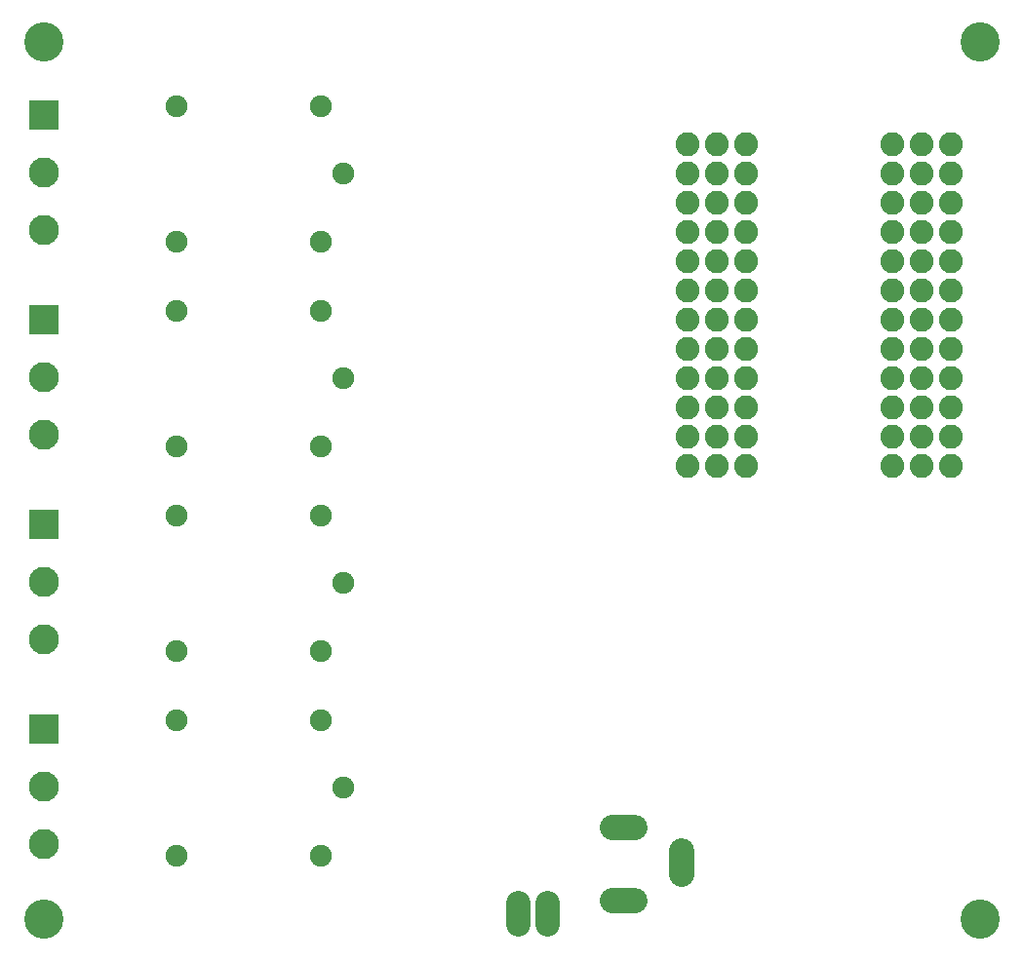
<source format=gbs>
G75*
G70*
%OFA0B0*%
%FSLAX24Y24*%
%IPPOS*%
%LPD*%
%AMOC8*
5,1,8,0,0,1.08239X$1,22.5*
%
%ADD10C,0.1340*%
%ADD11C,0.0753*%
%ADD12R,0.1030X0.1030*%
%ADD13C,0.1030*%
%ADD14C,0.0820*%
%ADD15C,0.0820*%
%ADD16C,0.0867*%
D10*
X005831Y006413D03*
X005831Y036413D03*
X037831Y036413D03*
X037831Y006413D03*
D11*
X016069Y010913D03*
X015301Y013226D03*
X015301Y015600D03*
X016069Y017913D03*
X015301Y020226D03*
X015301Y022600D03*
X016069Y024913D03*
X015301Y027226D03*
X015301Y029600D03*
X016069Y031913D03*
X015301Y034226D03*
X010360Y034226D03*
X010360Y029600D03*
X010360Y027226D03*
X010360Y022600D03*
X010360Y020226D03*
X010360Y015600D03*
X010360Y013226D03*
X010360Y008600D03*
X015301Y008600D03*
D12*
X005831Y012913D03*
X005831Y019913D03*
X005831Y026913D03*
X005831Y033913D03*
D13*
X005831Y031944D03*
X005831Y029976D03*
X005831Y024944D03*
X005831Y022976D03*
X005831Y017944D03*
X005831Y015976D03*
X005831Y010944D03*
X005831Y008976D03*
D14*
X027831Y021913D03*
X028831Y021913D03*
X029831Y021913D03*
X029831Y022913D03*
X028831Y022913D03*
X027831Y022913D03*
X027831Y023913D03*
X028831Y023913D03*
X029831Y023913D03*
X029831Y024913D03*
X028831Y024913D03*
X027831Y024913D03*
X027831Y025913D03*
X028831Y025913D03*
X029831Y025913D03*
X029831Y026913D03*
X029831Y027913D03*
X028831Y027913D03*
X028831Y026913D03*
X027831Y026913D03*
X027831Y027913D03*
X027831Y028913D03*
X028831Y028913D03*
X029831Y028913D03*
X029831Y029913D03*
X028831Y029913D03*
X027831Y029913D03*
X027831Y030913D03*
X028831Y030913D03*
X029831Y030913D03*
X029831Y031913D03*
X029831Y032913D03*
X028831Y032913D03*
X028831Y031913D03*
X027831Y031913D03*
X027831Y032913D03*
X034831Y032913D03*
X035831Y032913D03*
X035831Y031913D03*
X035831Y030913D03*
X034831Y030913D03*
X034831Y031913D03*
X036831Y031913D03*
X036831Y032913D03*
X036831Y030913D03*
X036831Y029913D03*
X036831Y028913D03*
X036831Y027913D03*
X036831Y026913D03*
X036831Y025913D03*
X036831Y024913D03*
X036831Y023913D03*
X036831Y022913D03*
X036831Y021913D03*
X035831Y021913D03*
X035831Y022913D03*
X034831Y022913D03*
X034831Y021913D03*
X034831Y023913D03*
X035831Y023913D03*
X035831Y024913D03*
X034831Y024913D03*
X034831Y025913D03*
X035831Y025913D03*
X035831Y026913D03*
X035831Y027913D03*
X034831Y027913D03*
X034831Y026913D03*
X034831Y028913D03*
X035831Y028913D03*
X035831Y029913D03*
X034831Y029913D03*
D15*
X023031Y006983D02*
X023031Y006243D01*
X022031Y006243D02*
X022031Y006983D01*
D16*
X025253Y007066D02*
X026040Y007066D01*
X027615Y007971D02*
X027615Y008759D01*
X026040Y009546D02*
X025253Y009546D01*
M02*

</source>
